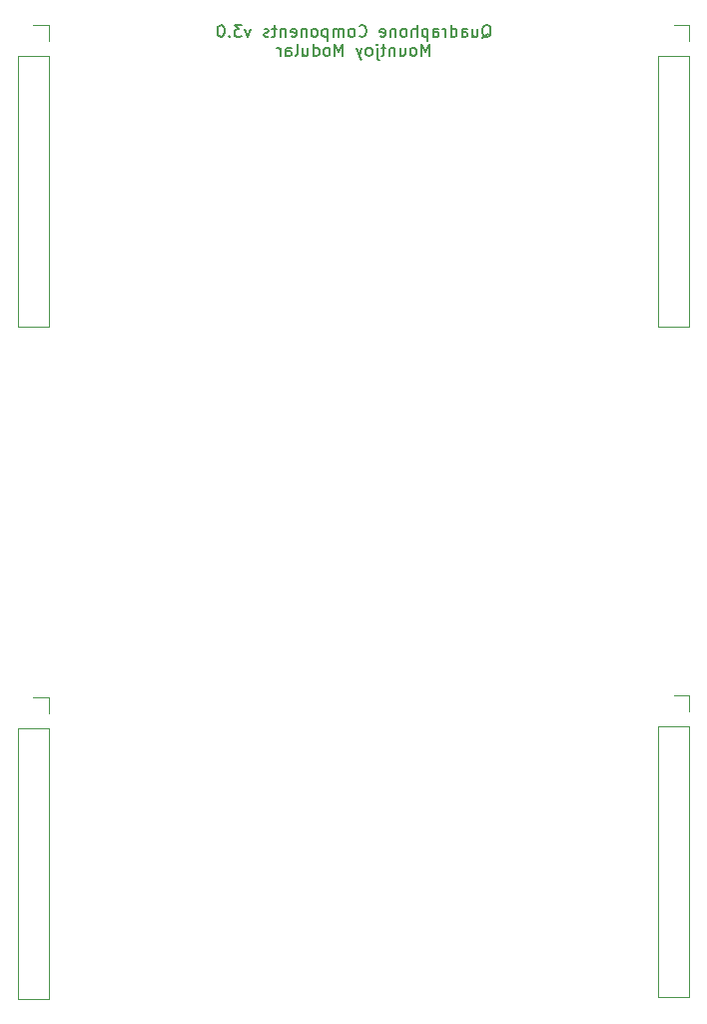
<source format=gbr>
%TF.GenerationSoftware,KiCad,Pcbnew,(6.0.11)*%
%TF.CreationDate,2023-05-28T11:22:08+01:00*%
%TF.ProjectId,Quadraphone,51756164-7261-4706-986f-6e652e6b6963,rev?*%
%TF.SameCoordinates,Original*%
%TF.FileFunction,Legend,Bot*%
%TF.FilePolarity,Positive*%
%FSLAX46Y46*%
G04 Gerber Fmt 4.6, Leading zero omitted, Abs format (unit mm)*
G04 Created by KiCad (PCBNEW (6.0.11)) date 2023-05-28 11:22:08*
%MOMM*%
%LPD*%
G01*
G04 APERTURE LIST*
%ADD10C,0.150000*%
%ADD11C,0.120000*%
G04 APERTURE END LIST*
D10*
X90857142Y-62742619D02*
X90952380Y-62695000D01*
X91047619Y-62599761D01*
X91190476Y-62456904D01*
X91285714Y-62409285D01*
X91380952Y-62409285D01*
X91333333Y-62647380D02*
X91428571Y-62599761D01*
X91523809Y-62504523D01*
X91571428Y-62314047D01*
X91571428Y-61980714D01*
X91523809Y-61790238D01*
X91428571Y-61695000D01*
X91333333Y-61647380D01*
X91142857Y-61647380D01*
X91047619Y-61695000D01*
X90952380Y-61790238D01*
X90904761Y-61980714D01*
X90904761Y-62314047D01*
X90952380Y-62504523D01*
X91047619Y-62599761D01*
X91142857Y-62647380D01*
X91333333Y-62647380D01*
X90047619Y-61980714D02*
X90047619Y-62647380D01*
X90476190Y-61980714D02*
X90476190Y-62504523D01*
X90428571Y-62599761D01*
X90333333Y-62647380D01*
X90190476Y-62647380D01*
X90095238Y-62599761D01*
X90047619Y-62552142D01*
X89142857Y-62647380D02*
X89142857Y-62123571D01*
X89190476Y-62028333D01*
X89285714Y-61980714D01*
X89476190Y-61980714D01*
X89571428Y-62028333D01*
X89142857Y-62599761D02*
X89238095Y-62647380D01*
X89476190Y-62647380D01*
X89571428Y-62599761D01*
X89619047Y-62504523D01*
X89619047Y-62409285D01*
X89571428Y-62314047D01*
X89476190Y-62266428D01*
X89238095Y-62266428D01*
X89142857Y-62218809D01*
X88238095Y-62647380D02*
X88238095Y-61647380D01*
X88238095Y-62599761D02*
X88333333Y-62647380D01*
X88523809Y-62647380D01*
X88619047Y-62599761D01*
X88666666Y-62552142D01*
X88714285Y-62456904D01*
X88714285Y-62171190D01*
X88666666Y-62075952D01*
X88619047Y-62028333D01*
X88523809Y-61980714D01*
X88333333Y-61980714D01*
X88238095Y-62028333D01*
X87761904Y-62647380D02*
X87761904Y-61980714D01*
X87761904Y-62171190D02*
X87714285Y-62075952D01*
X87666666Y-62028333D01*
X87571428Y-61980714D01*
X87476190Y-61980714D01*
X86714285Y-62647380D02*
X86714285Y-62123571D01*
X86761904Y-62028333D01*
X86857142Y-61980714D01*
X87047619Y-61980714D01*
X87142857Y-62028333D01*
X86714285Y-62599761D02*
X86809523Y-62647380D01*
X87047619Y-62647380D01*
X87142857Y-62599761D01*
X87190476Y-62504523D01*
X87190476Y-62409285D01*
X87142857Y-62314047D01*
X87047619Y-62266428D01*
X86809523Y-62266428D01*
X86714285Y-62218809D01*
X86238095Y-61980714D02*
X86238095Y-62980714D01*
X86238095Y-62028333D02*
X86142857Y-61980714D01*
X85952380Y-61980714D01*
X85857142Y-62028333D01*
X85809523Y-62075952D01*
X85761904Y-62171190D01*
X85761904Y-62456904D01*
X85809523Y-62552142D01*
X85857142Y-62599761D01*
X85952380Y-62647380D01*
X86142857Y-62647380D01*
X86238095Y-62599761D01*
X85333333Y-62647380D02*
X85333333Y-61647380D01*
X84904761Y-62647380D02*
X84904761Y-62123571D01*
X84952380Y-62028333D01*
X85047619Y-61980714D01*
X85190476Y-61980714D01*
X85285714Y-62028333D01*
X85333333Y-62075952D01*
X84285714Y-62647380D02*
X84380952Y-62599761D01*
X84428571Y-62552142D01*
X84476190Y-62456904D01*
X84476190Y-62171190D01*
X84428571Y-62075952D01*
X84380952Y-62028333D01*
X84285714Y-61980714D01*
X84142857Y-61980714D01*
X84047619Y-62028333D01*
X84000000Y-62075952D01*
X83952380Y-62171190D01*
X83952380Y-62456904D01*
X84000000Y-62552142D01*
X84047619Y-62599761D01*
X84142857Y-62647380D01*
X84285714Y-62647380D01*
X83523809Y-61980714D02*
X83523809Y-62647380D01*
X83523809Y-62075952D02*
X83476190Y-62028333D01*
X83380952Y-61980714D01*
X83238095Y-61980714D01*
X83142857Y-62028333D01*
X83095238Y-62123571D01*
X83095238Y-62647380D01*
X82238095Y-62599761D02*
X82333333Y-62647380D01*
X82523809Y-62647380D01*
X82619047Y-62599761D01*
X82666666Y-62504523D01*
X82666666Y-62123571D01*
X82619047Y-62028333D01*
X82523809Y-61980714D01*
X82333333Y-61980714D01*
X82238095Y-62028333D01*
X82190476Y-62123571D01*
X82190476Y-62218809D01*
X82666666Y-62314047D01*
X80428571Y-62552142D02*
X80476190Y-62599761D01*
X80619047Y-62647380D01*
X80714285Y-62647380D01*
X80857142Y-62599761D01*
X80952380Y-62504523D01*
X81000000Y-62409285D01*
X81047619Y-62218809D01*
X81047619Y-62075952D01*
X81000000Y-61885476D01*
X80952380Y-61790238D01*
X80857142Y-61695000D01*
X80714285Y-61647380D01*
X80619047Y-61647380D01*
X80476190Y-61695000D01*
X80428571Y-61742619D01*
X79857142Y-62647380D02*
X79952380Y-62599761D01*
X80000000Y-62552142D01*
X80047619Y-62456904D01*
X80047619Y-62171190D01*
X80000000Y-62075952D01*
X79952380Y-62028333D01*
X79857142Y-61980714D01*
X79714285Y-61980714D01*
X79619047Y-62028333D01*
X79571428Y-62075952D01*
X79523809Y-62171190D01*
X79523809Y-62456904D01*
X79571428Y-62552142D01*
X79619047Y-62599761D01*
X79714285Y-62647380D01*
X79857142Y-62647380D01*
X79095238Y-62647380D02*
X79095238Y-61980714D01*
X79095238Y-62075952D02*
X79047619Y-62028333D01*
X78952380Y-61980714D01*
X78809523Y-61980714D01*
X78714285Y-62028333D01*
X78666666Y-62123571D01*
X78666666Y-62647380D01*
X78666666Y-62123571D02*
X78619047Y-62028333D01*
X78523809Y-61980714D01*
X78380952Y-61980714D01*
X78285714Y-62028333D01*
X78238095Y-62123571D01*
X78238095Y-62647380D01*
X77761904Y-61980714D02*
X77761904Y-62980714D01*
X77761904Y-62028333D02*
X77666666Y-61980714D01*
X77476190Y-61980714D01*
X77380952Y-62028333D01*
X77333333Y-62075952D01*
X77285714Y-62171190D01*
X77285714Y-62456904D01*
X77333333Y-62552142D01*
X77380952Y-62599761D01*
X77476190Y-62647380D01*
X77666666Y-62647380D01*
X77761904Y-62599761D01*
X76714285Y-62647380D02*
X76809523Y-62599761D01*
X76857142Y-62552142D01*
X76904761Y-62456904D01*
X76904761Y-62171190D01*
X76857142Y-62075952D01*
X76809523Y-62028333D01*
X76714285Y-61980714D01*
X76571428Y-61980714D01*
X76476190Y-62028333D01*
X76428571Y-62075952D01*
X76380952Y-62171190D01*
X76380952Y-62456904D01*
X76428571Y-62552142D01*
X76476190Y-62599761D01*
X76571428Y-62647380D01*
X76714285Y-62647380D01*
X75952380Y-61980714D02*
X75952380Y-62647380D01*
X75952380Y-62075952D02*
X75904761Y-62028333D01*
X75809523Y-61980714D01*
X75666666Y-61980714D01*
X75571428Y-62028333D01*
X75523809Y-62123571D01*
X75523809Y-62647380D01*
X74666666Y-62599761D02*
X74761904Y-62647380D01*
X74952380Y-62647380D01*
X75047619Y-62599761D01*
X75095238Y-62504523D01*
X75095238Y-62123571D01*
X75047619Y-62028333D01*
X74952380Y-61980714D01*
X74761904Y-61980714D01*
X74666666Y-62028333D01*
X74619047Y-62123571D01*
X74619047Y-62218809D01*
X75095238Y-62314047D01*
X74190476Y-61980714D02*
X74190476Y-62647380D01*
X74190476Y-62075952D02*
X74142857Y-62028333D01*
X74047619Y-61980714D01*
X73904761Y-61980714D01*
X73809523Y-62028333D01*
X73761904Y-62123571D01*
X73761904Y-62647380D01*
X73428571Y-61980714D02*
X73047619Y-61980714D01*
X73285714Y-61647380D02*
X73285714Y-62504523D01*
X73238095Y-62599761D01*
X73142857Y-62647380D01*
X73047619Y-62647380D01*
X72761904Y-62599761D02*
X72666666Y-62647380D01*
X72476190Y-62647380D01*
X72380952Y-62599761D01*
X72333333Y-62504523D01*
X72333333Y-62456904D01*
X72380952Y-62361666D01*
X72476190Y-62314047D01*
X72619047Y-62314047D01*
X72714285Y-62266428D01*
X72761904Y-62171190D01*
X72761904Y-62123571D01*
X72714285Y-62028333D01*
X72619047Y-61980714D01*
X72476190Y-61980714D01*
X72380952Y-62028333D01*
X71238095Y-61980714D02*
X71000000Y-62647380D01*
X70761904Y-61980714D01*
X70476190Y-61647380D02*
X69857142Y-61647380D01*
X70190476Y-62028333D01*
X70047619Y-62028333D01*
X69952380Y-62075952D01*
X69904761Y-62123571D01*
X69857142Y-62218809D01*
X69857142Y-62456904D01*
X69904761Y-62552142D01*
X69952380Y-62599761D01*
X70047619Y-62647380D01*
X70333333Y-62647380D01*
X70428571Y-62599761D01*
X70476190Y-62552142D01*
X69428571Y-62552142D02*
X69380952Y-62599761D01*
X69428571Y-62647380D01*
X69476190Y-62599761D01*
X69428571Y-62552142D01*
X69428571Y-62647380D01*
X68761904Y-61647380D02*
X68666666Y-61647380D01*
X68571428Y-61695000D01*
X68523809Y-61742619D01*
X68476190Y-61837857D01*
X68428571Y-62028333D01*
X68428571Y-62266428D01*
X68476190Y-62456904D01*
X68523809Y-62552142D01*
X68571428Y-62599761D01*
X68666666Y-62647380D01*
X68761904Y-62647380D01*
X68857142Y-62599761D01*
X68904761Y-62552142D01*
X68952380Y-62456904D01*
X69000000Y-62266428D01*
X69000000Y-62028333D01*
X68952380Y-61837857D01*
X68904761Y-61742619D01*
X68857142Y-61695000D01*
X68761904Y-61647380D01*
X86380952Y-64257380D02*
X86380952Y-63257380D01*
X86047619Y-63971666D01*
X85714285Y-63257380D01*
X85714285Y-64257380D01*
X85095238Y-64257380D02*
X85190476Y-64209761D01*
X85238095Y-64162142D01*
X85285714Y-64066904D01*
X85285714Y-63781190D01*
X85238095Y-63685952D01*
X85190476Y-63638333D01*
X85095238Y-63590714D01*
X84952380Y-63590714D01*
X84857142Y-63638333D01*
X84809523Y-63685952D01*
X84761904Y-63781190D01*
X84761904Y-64066904D01*
X84809523Y-64162142D01*
X84857142Y-64209761D01*
X84952380Y-64257380D01*
X85095238Y-64257380D01*
X83904761Y-63590714D02*
X83904761Y-64257380D01*
X84333333Y-63590714D02*
X84333333Y-64114523D01*
X84285714Y-64209761D01*
X84190476Y-64257380D01*
X84047619Y-64257380D01*
X83952380Y-64209761D01*
X83904761Y-64162142D01*
X83428571Y-63590714D02*
X83428571Y-64257380D01*
X83428571Y-63685952D02*
X83380952Y-63638333D01*
X83285714Y-63590714D01*
X83142857Y-63590714D01*
X83047619Y-63638333D01*
X83000000Y-63733571D01*
X83000000Y-64257380D01*
X82666666Y-63590714D02*
X82285714Y-63590714D01*
X82523809Y-63257380D02*
X82523809Y-64114523D01*
X82476190Y-64209761D01*
X82380952Y-64257380D01*
X82285714Y-64257380D01*
X81952380Y-63590714D02*
X81952380Y-64447857D01*
X82000000Y-64543095D01*
X82095238Y-64590714D01*
X82142857Y-64590714D01*
X81952380Y-63257380D02*
X82000000Y-63305000D01*
X81952380Y-63352619D01*
X81904761Y-63305000D01*
X81952380Y-63257380D01*
X81952380Y-63352619D01*
X81333333Y-64257380D02*
X81428571Y-64209761D01*
X81476190Y-64162142D01*
X81523809Y-64066904D01*
X81523809Y-63781190D01*
X81476190Y-63685952D01*
X81428571Y-63638333D01*
X81333333Y-63590714D01*
X81190476Y-63590714D01*
X81095238Y-63638333D01*
X81047619Y-63685952D01*
X81000000Y-63781190D01*
X81000000Y-64066904D01*
X81047619Y-64162142D01*
X81095238Y-64209761D01*
X81190476Y-64257380D01*
X81333333Y-64257380D01*
X80666666Y-63590714D02*
X80428571Y-64257380D01*
X80190476Y-63590714D02*
X80428571Y-64257380D01*
X80523809Y-64495476D01*
X80571428Y-64543095D01*
X80666666Y-64590714D01*
X79047619Y-64257380D02*
X79047619Y-63257380D01*
X78714285Y-63971666D01*
X78380952Y-63257380D01*
X78380952Y-64257380D01*
X77761904Y-64257380D02*
X77857142Y-64209761D01*
X77904761Y-64162142D01*
X77952380Y-64066904D01*
X77952380Y-63781190D01*
X77904761Y-63685952D01*
X77857142Y-63638333D01*
X77761904Y-63590714D01*
X77619047Y-63590714D01*
X77523809Y-63638333D01*
X77476190Y-63685952D01*
X77428571Y-63781190D01*
X77428571Y-64066904D01*
X77476190Y-64162142D01*
X77523809Y-64209761D01*
X77619047Y-64257380D01*
X77761904Y-64257380D01*
X76571428Y-64257380D02*
X76571428Y-63257380D01*
X76571428Y-64209761D02*
X76666666Y-64257380D01*
X76857142Y-64257380D01*
X76952380Y-64209761D01*
X77000000Y-64162142D01*
X77047619Y-64066904D01*
X77047619Y-63781190D01*
X77000000Y-63685952D01*
X76952380Y-63638333D01*
X76857142Y-63590714D01*
X76666666Y-63590714D01*
X76571428Y-63638333D01*
X75666666Y-63590714D02*
X75666666Y-64257380D01*
X76095238Y-63590714D02*
X76095238Y-64114523D01*
X76047619Y-64209761D01*
X75952380Y-64257380D01*
X75809523Y-64257380D01*
X75714285Y-64209761D01*
X75666666Y-64162142D01*
X75047619Y-64257380D02*
X75142857Y-64209761D01*
X75190476Y-64114523D01*
X75190476Y-63257380D01*
X74238095Y-64257380D02*
X74238095Y-63733571D01*
X74285714Y-63638333D01*
X74380952Y-63590714D01*
X74571428Y-63590714D01*
X74666666Y-63638333D01*
X74238095Y-64209761D02*
X74333333Y-64257380D01*
X74571428Y-64257380D01*
X74666666Y-64209761D01*
X74714285Y-64114523D01*
X74714285Y-64019285D01*
X74666666Y-63924047D01*
X74571428Y-63876428D01*
X74333333Y-63876428D01*
X74238095Y-63828809D01*
X73761904Y-64257380D02*
X73761904Y-63590714D01*
X73761904Y-63781190D02*
X73714285Y-63685952D01*
X73666666Y-63638333D01*
X73571428Y-63590714D01*
X73476190Y-63590714D01*
D11*
%TO.C,J4*%
X108430000Y-118470000D02*
X107100000Y-118470000D01*
X108430000Y-121070000D02*
X105770000Y-121070000D01*
X108430000Y-121070000D02*
X108430000Y-143990000D01*
X108430000Y-119800000D02*
X108430000Y-118470000D01*
X108430000Y-143990000D02*
X105770000Y-143990000D01*
X105770000Y-121070000D02*
X105770000Y-143990000D01*
%TO.C,J3*%
X54130000Y-121270000D02*
X51470000Y-121270000D01*
X54130000Y-120000000D02*
X54130000Y-118670000D01*
X54130000Y-144190000D02*
X51470000Y-144190000D01*
X54130000Y-121270000D02*
X54130000Y-144190000D01*
X51470000Y-121270000D02*
X51470000Y-144190000D01*
X54130000Y-118670000D02*
X52800000Y-118670000D01*
%TO.C,J2*%
X108430000Y-87190000D02*
X105770000Y-87190000D01*
X105770000Y-64270000D02*
X105770000Y-87190000D01*
X108430000Y-64270000D02*
X105770000Y-64270000D01*
X108430000Y-63000000D02*
X108430000Y-61670000D01*
X108430000Y-61670000D02*
X107100000Y-61670000D01*
X108430000Y-64270000D02*
X108430000Y-87190000D01*
%TO.C,J1*%
X51470000Y-64270000D02*
X51470000Y-87190000D01*
X54130000Y-64270000D02*
X54130000Y-87190000D01*
X54130000Y-64270000D02*
X51470000Y-64270000D01*
X54130000Y-63000000D02*
X54130000Y-61670000D01*
X54130000Y-61670000D02*
X52800000Y-61670000D01*
X54130000Y-87190000D02*
X51470000Y-87190000D01*
%TD*%
M02*

</source>
